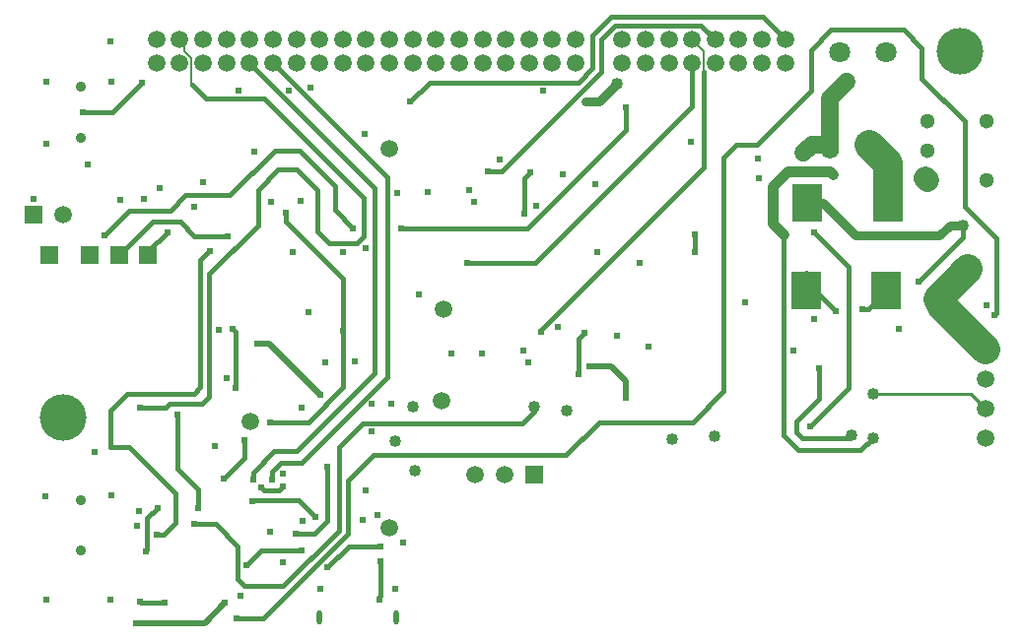
<source format=gbl>
G04 Layer_Physical_Order=4*
G04 Layer_Color=16711680*
%FSLAX43Y43*%
%MOMM*%
G71*
G01*
G75*
%ADD12R,1.500X1.500*%
%ADD40C,0.381*%
%ADD41C,0.508*%
%ADD42C,0.152*%
%ADD43C,0.254*%
%ADD44C,0.762*%
%ADD46C,0.889*%
%ADD47C,2.540*%
%ADD48C,1.524*%
%ADD49C,2.032*%
%ADD52C,0.900*%
%ADD53C,1.500*%
%ADD54O,0.500X1.200*%
%ADD55C,1.300*%
%ADD56C,4.000*%
%ADD57O,1.600X2.400*%
%ADD58C,1.800*%
%ADD59R,1.500X1.500*%
%ADD60C,0.610*%
%ADD61C,1.016*%
%ADD63R,2.500X3.300*%
D12*
X2763Y32490D02*
D03*
X11263D02*
D03*
X8763D02*
D03*
X6263D02*
D03*
X44399Y13589D02*
D03*
X1397Y35941D02*
D03*
D40*
X68199Y46599D02*
Y50089D01*
X63535Y41935D02*
X68199Y46599D01*
X81407Y36652D02*
X84125Y33934D01*
Y27483D02*
Y33934D01*
X83947Y27305D02*
X84125Y27483D01*
X68148Y17805D02*
X68174Y17780D01*
X68466Y34404D02*
X71425Y31445D01*
Y21031D02*
Y31445D01*
X68174Y17780D02*
X71425Y21031D01*
X73122Y27864D02*
X74697Y29439D01*
X72644Y27864D02*
X73122D01*
X13208Y36322D02*
X14503Y37617D01*
X9622Y36322D02*
X13208D01*
X7500Y34200D02*
X9622Y36322D01*
X14503Y37617D02*
X18317D01*
X22150Y41450D01*
X15062Y47168D02*
X16269Y45961D01*
X15926Y19685D02*
X16535Y20295D01*
X13106Y19685D02*
X15926D01*
X12802Y19380D02*
X13106Y19685D01*
X28004Y21121D02*
Y25996D01*
X25019Y18136D02*
X28004Y21121D01*
X21768Y18136D02*
X25019D01*
X22504Y12268D02*
X22809Y12573D01*
X21232Y12268D02*
X22504D01*
X21000Y12500D02*
X21232Y12268D01*
X15570Y10744D02*
Y12344D01*
X13818Y14097D02*
X15570Y12344D01*
X13818Y14097D02*
Y18745D01*
X11201Y9881D02*
X12090Y10770D01*
X11201Y7163D02*
Y9881D01*
X11049Y7010D02*
X11201Y7163D01*
X13650Y9484D02*
Y12004D01*
X12624Y8458D02*
X13650Y9484D01*
X12040Y8458D02*
X12624D01*
X67797Y29439D02*
X68580D01*
X70383Y27635D01*
X66954Y18186D02*
X68936Y20168D01*
X66954Y17247D02*
Y18186D01*
Y17247D02*
X67488Y16713D01*
X71425D01*
X71679Y16967D01*
X67107Y15723D02*
X72492D01*
X65824Y17005D02*
X67107Y15723D01*
X65824Y17005D02*
Y34276D01*
X68936Y20168D02*
Y22758D01*
X68148Y17755D02*
Y17805D01*
X72492Y15723D02*
X73533Y16764D01*
X58200Y32715D02*
Y34300D01*
X67797Y29439D02*
Y30933D01*
X31039Y2997D02*
X31203Y3162D01*
X8179Y44755D02*
X10719Y47295D01*
X5639Y44755D02*
X8179D01*
X21895Y13157D02*
Y13895D01*
X22667Y14667D01*
X19750Y5850D02*
X21012Y7112D01*
X24486D01*
X23100Y35400D02*
Y36125D01*
Y35400D02*
X28004Y30496D01*
X24054Y39827D02*
X25832Y38049D01*
Y34493D02*
Y38049D01*
Y34493D02*
X26797Y33528D01*
X22411Y39827D02*
X24054D01*
X20701Y38117D02*
X22411Y39827D01*
X41605Y39675D02*
X50173Y48242D01*
X40437Y39675D02*
X41605D01*
X68199Y50089D02*
X69952Y51841D01*
X76175D01*
X77724Y50292D01*
Y47676D02*
Y50292D01*
Y47676D02*
X81407Y43993D01*
X50000Y18125D02*
X58039D01*
X60731Y20817D02*
Y40869D01*
X58039Y18125D02*
X60731Y20817D01*
Y40869D02*
X61798Y41935D01*
X63535D01*
X31203Y3162D02*
Y6121D01*
X20218Y11328D02*
X20265Y11375D01*
X24210D01*
X17780Y13233D02*
X19583Y15037D01*
Y16586D01*
X15189Y9373D02*
X17069D01*
X18974Y7468D01*
X45034Y25883D02*
Y26034D01*
X59004Y40004D01*
X35446Y47346D02*
X48260D01*
X33800Y45700D02*
X35446Y47346D01*
X16535Y20295D02*
Y30861D01*
X20701Y35027D01*
X18974Y4597D02*
Y7468D01*
Y4597D02*
X19558Y4013D01*
X18525Y26150D02*
X18825Y25850D01*
Y21075D02*
Y25850D01*
X9652Y16002D02*
X13650Y12004D01*
X21247Y45961D02*
X29775Y37433D01*
Y34118D02*
Y37433D01*
X29185Y33528D02*
X29775Y34118D01*
X22150Y41450D02*
X24250D01*
X27300Y38400D01*
Y36400D02*
Y38400D01*
Y36400D02*
X28900Y34800D01*
X14025Y35375D02*
X15262Y34138D01*
X11648Y35375D02*
X14025D01*
X8763Y32490D02*
X11648Y35375D01*
X15262Y34138D02*
X18085D01*
X24210Y11375D02*
X25654Y9931D01*
X47191Y15316D02*
X50000Y18125D01*
X30658Y15316D02*
X47191D01*
X50173Y51036D02*
X51384Y52248D01*
X50173Y48242D02*
Y51036D01*
X49454Y48539D02*
Y51384D01*
X48260Y47346D02*
X49454Y48539D01*
Y51384D02*
X51029Y52959D01*
X11263Y32490D02*
Y32802D01*
X12903Y34442D01*
X16535Y32817D02*
X16561D01*
X15773Y32055D02*
X16535Y32817D01*
X20701Y35027D02*
Y38117D01*
X51384Y52248D02*
X58752D01*
X60000Y51000D01*
X51029Y52959D02*
X64041D01*
X66000Y51000D01*
X10592Y19380D02*
X12802D01*
X8026Y19101D02*
X9450Y20525D01*
X10592Y2692D02*
X10643Y2642D01*
X12675D01*
X44475Y19050D02*
Y19456D01*
X81407Y36652D02*
Y43993D01*
X28423Y13081D02*
X30658Y15316D01*
X31039Y2997D02*
X31140Y2896D01*
X28550Y7468D02*
X31217D01*
X26695Y5613D02*
X28550Y7468D01*
X23927Y8509D02*
X25527D01*
X26670Y9652D01*
Y14326D01*
X48233Y25273D02*
X48741Y25781D01*
X59004Y40004D02*
Y48200D01*
X48233Y22225D02*
Y25273D01*
X18872Y1219D02*
X21133D01*
X28423Y8509D01*
Y13081D01*
X22860Y4013D02*
X27661Y8814D01*
X19558Y4013D02*
X22860D01*
X28004Y25996D02*
Y30496D01*
X43561Y39116D02*
X44069Y39624D01*
X43561Y36068D02*
Y39116D01*
X43409Y17983D02*
X44475Y19050D01*
X22000Y49000D02*
X31800Y39200D01*
Y21997D02*
Y39200D01*
X20300Y13200D02*
Y13800D01*
X77470Y30226D02*
X81280Y34036D01*
Y35052D01*
X9450Y20525D02*
X15191D01*
X15773Y21107D01*
Y32055D01*
X16269Y45961D02*
X21247D01*
X30734Y22334D02*
Y38266D01*
X20000Y49000D02*
X30734Y38266D01*
X26797Y33528D02*
X29185D01*
X8026Y16002D02*
X9652D01*
X8026D02*
Y19101D01*
X44502Y31800D02*
X58000Y45298D01*
X38700Y31800D02*
X44502D01*
X58000Y45298D02*
Y49000D01*
X33000Y34800D02*
X43817D01*
X52300Y43283D01*
Y45200D01*
X27661Y8814D02*
Y15977D01*
X29667Y17983D01*
X43409D01*
X20300Y13800D02*
X22121Y15621D01*
X24021D01*
X30734Y22334D01*
X24469Y14667D02*
X31800Y21997D01*
X22667Y14667D02*
X24469D01*
D41*
X52324Y20193D02*
Y21615D01*
X51003Y22936D02*
X52324Y21615D01*
X49200Y22936D02*
X51003D01*
X20635Y24892D02*
X21641D01*
X26060Y20472D01*
X16129Y838D02*
X17882Y2591D01*
X10262Y838D02*
X16129D01*
D42*
X14000Y51000D02*
X14405Y50595D01*
Y49979D02*
Y50595D01*
X14979Y47251D02*
X15062Y47168D01*
X14979Y47251D02*
Y49405D01*
X14405Y49979D02*
X14979Y49405D01*
X58000Y51000D02*
X59004Y49996D01*
Y48200D02*
Y49996D01*
D43*
X81926Y20574D02*
X83200Y19300D01*
X73533Y20574D02*
X81926D01*
D44*
X48824Y45688D02*
X48842Y45669D01*
X50013D01*
X51537Y47193D01*
X67924Y36957D02*
X69215D01*
X72009Y34163D01*
X79248D01*
X80137Y35052D01*
X81280D01*
D46*
X69800Y39700D02*
X70100Y39400D01*
X66200Y39700D02*
X69800D01*
X64900Y38400D02*
X66200Y39700D01*
X64900Y35200D02*
Y38400D01*
Y35200D02*
X65824Y34276D01*
D47*
X79121Y28721D02*
X81700Y31300D01*
X73200Y42000D02*
X74824Y40376D01*
Y36957D02*
Y40376D01*
X83189Y24380D02*
X83200D01*
X79375Y28194D02*
X83189Y24380D01*
X79375Y28194D02*
Y28702D01*
X79121Y28721D02*
X79140Y28702D01*
X79375D01*
D48*
X69800Y42000D02*
Y44900D01*
X68289Y42000D02*
X69800D01*
X67564Y41275D02*
X68289Y42000D01*
X69800Y44900D02*
Y45924D01*
X71247Y47371D01*
D49*
X78044Y39116D02*
X78200Y38960D01*
D52*
X5500Y7050D02*
D03*
Y11450D02*
D03*
Y46950D02*
D03*
Y42550D02*
D03*
D53*
X41859Y13589D02*
D03*
X39319D02*
D03*
X3937Y35941D02*
D03*
X66000Y51000D02*
D03*
Y49000D02*
D03*
X64000Y51000D02*
D03*
Y49000D02*
D03*
X62000Y51000D02*
D03*
Y49000D02*
D03*
X60000Y51000D02*
D03*
Y49000D02*
D03*
X58000Y51000D02*
D03*
Y49000D02*
D03*
X56000Y51000D02*
D03*
Y49000D02*
D03*
X54000Y51000D02*
D03*
Y49000D02*
D03*
X52000Y51000D02*
D03*
Y49000D02*
D03*
X48000Y51000D02*
D03*
Y49000D02*
D03*
X46000Y51000D02*
D03*
Y49000D02*
D03*
X44000Y51000D02*
D03*
Y49000D02*
D03*
X42000Y51000D02*
D03*
Y49000D02*
D03*
X40000Y51000D02*
D03*
Y49000D02*
D03*
X38000Y51000D02*
D03*
Y49000D02*
D03*
X36000Y51000D02*
D03*
Y49000D02*
D03*
X34000Y51000D02*
D03*
Y49000D02*
D03*
X32000Y51000D02*
D03*
Y49000D02*
D03*
X30000Y51000D02*
D03*
Y49000D02*
D03*
X28000Y51000D02*
D03*
Y49000D02*
D03*
X26000Y51000D02*
D03*
Y49000D02*
D03*
X24000Y51000D02*
D03*
Y49000D02*
D03*
X22000Y51000D02*
D03*
Y49000D02*
D03*
X20000Y51000D02*
D03*
Y49000D02*
D03*
X18000Y51000D02*
D03*
Y49000D02*
D03*
X16000Y51000D02*
D03*
Y49000D02*
D03*
X14000Y51000D02*
D03*
Y49000D02*
D03*
X12000Y51000D02*
D03*
Y49000D02*
D03*
X32000Y9000D02*
D03*
X20066Y18161D02*
D03*
X36676Y27813D02*
D03*
X32004Y41656D02*
D03*
X36449Y19939D02*
D03*
X83200Y16760D02*
D03*
Y19300D02*
D03*
Y21840D02*
D03*
D54*
X25984Y1346D02*
D03*
X32563D02*
D03*
D55*
X78200Y41500D02*
D03*
Y44040D02*
D03*
Y38960D02*
D03*
X83280D02*
D03*
Y44040D02*
D03*
D56*
X81000Y50000D02*
D03*
X4000Y18500D02*
D03*
D57*
X69800Y42000D02*
D03*
Y44900D02*
D03*
X73200Y42000D02*
D03*
D58*
X74700Y49900D02*
D03*
X70700D02*
D03*
D59*
X83200Y24380D02*
D03*
D60*
X70383Y27635D02*
D03*
X68148Y17755D02*
D03*
X72644Y27864D02*
D03*
X75794Y26111D02*
D03*
X68448Y26948D02*
D03*
X5639Y44755D02*
D03*
X11049Y7010D02*
D03*
X10500Y10500D02*
D03*
X10312Y9246D02*
D03*
X12040Y8458D02*
D03*
X6680Y15545D02*
D03*
X2438Y11786D02*
D03*
X2489Y2870D02*
D03*
X8001D02*
D03*
Y50902D02*
D03*
X2489Y47422D02*
D03*
X2515Y42088D02*
D03*
X6121Y40310D02*
D03*
X8103Y47396D02*
D03*
X8100Y11800D02*
D03*
X63779Y39125D02*
D03*
X63667Y40779D02*
D03*
X68936Y22758D02*
D03*
X52324Y20193D02*
D03*
X26060Y20472D02*
D03*
X10262Y838D02*
D03*
X22835Y6071D02*
D03*
X31203Y6121D02*
D03*
X10871Y37313D02*
D03*
X12090Y10770D02*
D03*
X20218Y11328D02*
D03*
X17780Y13233D02*
D03*
X19583Y16586D02*
D03*
X15570Y10744D02*
D03*
X15189Y9373D02*
D03*
X16967Y16078D02*
D03*
X21000Y12500D02*
D03*
X21895Y13157D02*
D03*
X45034Y25883D02*
D03*
X10719Y47295D02*
D03*
X40437Y39675D02*
D03*
X38862Y38100D02*
D03*
X39243Y37084D02*
D03*
X44577Y36728D02*
D03*
X49200Y22936D02*
D03*
X45212Y46609D02*
D03*
X23100Y36125D02*
D03*
X18000Y21925D02*
D03*
X17375Y26025D02*
D03*
X19750Y5850D02*
D03*
X18525Y26150D02*
D03*
X18825Y21075D02*
D03*
X54250Y24600D02*
D03*
X51550Y25575D02*
D03*
X49725Y38550D02*
D03*
X46875Y39425D02*
D03*
X12250Y38250D02*
D03*
X15225Y36625D02*
D03*
X18085Y34138D02*
D03*
X12903Y34442D02*
D03*
X16561Y32817D02*
D03*
X8915Y37236D02*
D03*
X1397Y37287D02*
D03*
X58242Y32715D02*
D03*
X30455Y19736D02*
D03*
X31217Y7468D02*
D03*
X10592Y19380D02*
D03*
X29997Y12217D02*
D03*
X26670Y14326D02*
D03*
X23927Y8509D02*
D03*
X22885Y13665D02*
D03*
X22809Y12573D02*
D03*
X18872Y1219D02*
D03*
X10592Y2692D02*
D03*
X21768Y18136D02*
D03*
X24562Y9652D02*
D03*
X25654Y9931D02*
D03*
X30937Y10109D02*
D03*
X29718Y9728D02*
D03*
X31140Y2896D02*
D03*
X32461Y3796D02*
D03*
X26061D02*
D03*
X24486Y7112D02*
D03*
X26695Y5613D02*
D03*
X33147Y7772D02*
D03*
X19228Y3200D02*
D03*
X12675Y2642D02*
D03*
X17882Y2591D02*
D03*
X83947Y27305D02*
D03*
X83312Y28194D02*
D03*
X21742Y8661D02*
D03*
X15963Y38735D02*
D03*
X20408Y41402D02*
D03*
X21805Y37084D02*
D03*
X48824Y45688D02*
D03*
X29845Y42926D02*
D03*
X19050Y46609D02*
D03*
X23368D02*
D03*
X57927Y42260D02*
D03*
X44069Y39624D02*
D03*
X35267Y37885D02*
D03*
X32639Y37846D02*
D03*
X25251Y46924D02*
D03*
X48741Y25781D02*
D03*
X43534Y24257D02*
D03*
X26477Y23241D02*
D03*
X25080Y27559D02*
D03*
X62599Y28417D02*
D03*
X37311Y24003D02*
D03*
X49884Y32766D02*
D03*
X53496Y31845D02*
D03*
X34517Y29083D02*
D03*
X28040Y32766D02*
D03*
X23722D02*
D03*
X39939Y24042D02*
D03*
X29923Y33081D02*
D03*
X20635Y24892D02*
D03*
X43915Y23241D02*
D03*
X43561Y36068D02*
D03*
X13818Y18745D02*
D03*
X24460Y19406D02*
D03*
X30480Y17323D02*
D03*
X32155Y19712D02*
D03*
X70100Y39400D02*
D03*
X33800Y45700D02*
D03*
X38700Y31800D02*
D03*
X48233Y22225D02*
D03*
X58200Y34300D02*
D03*
X28004Y25996D02*
D03*
X24345Y37145D02*
D03*
X52300Y45200D02*
D03*
X7500Y34200D02*
D03*
X66700Y24300D02*
D03*
X28900Y34800D02*
D03*
X33000D02*
D03*
X20300Y13200D02*
D03*
X29017Y23317D02*
D03*
X77470Y30226D02*
D03*
X41478Y40665D02*
D03*
X46457Y26340D02*
D03*
X68466Y34404D02*
D03*
D61*
X71679Y16967D02*
D03*
X73533Y16764D02*
D03*
X51537Y47193D02*
D03*
X47269Y19101D02*
D03*
X34163Y13970D02*
D03*
X44475Y19456D02*
D03*
X67564Y41275D02*
D03*
X71247Y47371D02*
D03*
X81700Y31300D02*
D03*
X79375Y28702D02*
D03*
X59944Y16891D02*
D03*
X56261Y16637D02*
D03*
X81280Y35052D02*
D03*
X32512Y16510D02*
D03*
X34036Y19431D02*
D03*
X73533Y20574D02*
D03*
D63*
X74824Y36957D02*
D03*
X67924D02*
D03*
X67797Y29439D02*
D03*
X74697D02*
D03*
M02*

</source>
